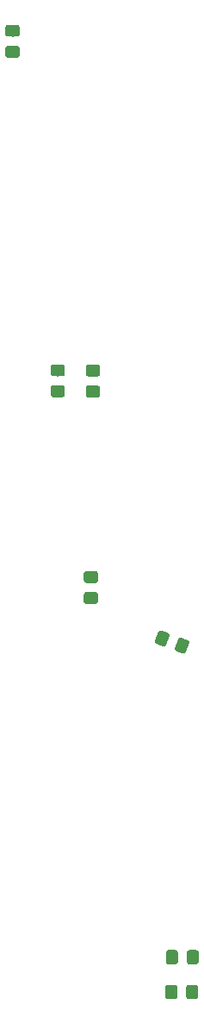
<source format=gbr>
G04 #@! TF.GenerationSoftware,KiCad,Pcbnew,(5.1.2-1)-1*
G04 #@! TF.CreationDate,2022-01-02T20:14:42-05:00*
G04 #@! TF.ProjectId,EchoFXXX_MFOS,4563686f-4658-4585-985f-4d464f532e6b,rev?*
G04 #@! TF.SameCoordinates,Original*
G04 #@! TF.FileFunction,Paste,Bot*
G04 #@! TF.FilePolarity,Positive*
%FSLAX46Y46*%
G04 Gerber Fmt 4.6, Leading zero omitted, Abs format (unit mm)*
G04 Created by KiCad (PCBNEW (5.1.2-1)-1) date 2022-01-02 20:14:42*
%MOMM*%
%LPD*%
G04 APERTURE LIST*
%ADD10C,0.100000*%
%ADD11C,1.150000*%
G04 APERTURE END LIST*
D10*
G36*
X22764910Y-17591202D02*
G01*
X22789135Y-17594795D01*
X22812891Y-17600746D01*
X22835949Y-17608996D01*
X22858087Y-17619467D01*
X22879093Y-17632057D01*
X22898763Y-17646645D01*
X22916908Y-17663092D01*
X22933355Y-17681237D01*
X22947943Y-17700907D01*
X22960533Y-17721913D01*
X22971004Y-17744051D01*
X22979254Y-17767109D01*
X22985205Y-17790865D01*
X22988798Y-17815090D01*
X22990000Y-17839550D01*
X22990000Y-18490450D01*
X22988798Y-18514910D01*
X22985205Y-18539135D01*
X22979254Y-18562891D01*
X22971004Y-18585949D01*
X22960533Y-18608087D01*
X22947943Y-18629093D01*
X22933355Y-18648763D01*
X22916908Y-18666908D01*
X22898763Y-18683355D01*
X22879093Y-18697943D01*
X22858087Y-18710533D01*
X22835949Y-18721004D01*
X22812891Y-18729254D01*
X22789135Y-18735205D01*
X22764910Y-18738798D01*
X22740450Y-18740000D01*
X21839550Y-18740000D01*
X21815090Y-18738798D01*
X21790865Y-18735205D01*
X21767109Y-18729254D01*
X21744051Y-18721004D01*
X21721913Y-18710533D01*
X21700907Y-18697943D01*
X21681237Y-18683355D01*
X21663092Y-18666908D01*
X21646645Y-18648763D01*
X21632057Y-18629093D01*
X21619467Y-18608087D01*
X21608996Y-18585949D01*
X21600746Y-18562891D01*
X21594795Y-18539135D01*
X21591202Y-18514910D01*
X21590000Y-18490450D01*
X21590000Y-17839550D01*
X21591202Y-17815090D01*
X21594795Y-17790865D01*
X21600746Y-17767109D01*
X21608996Y-17744051D01*
X21619467Y-17721913D01*
X21632057Y-17700907D01*
X21646645Y-17681237D01*
X21663092Y-17663092D01*
X21681237Y-17646645D01*
X21700907Y-17632057D01*
X21721913Y-17619467D01*
X21744051Y-17608996D01*
X21767109Y-17600746D01*
X21790865Y-17594795D01*
X21815090Y-17591202D01*
X21839550Y-17590000D01*
X22740450Y-17590000D01*
X22764910Y-17591202D01*
X22764910Y-17591202D01*
G37*
D11*
X22290000Y-18165000D03*
D10*
G36*
X22764910Y-19641202D02*
G01*
X22789135Y-19644795D01*
X22812891Y-19650746D01*
X22835949Y-19658996D01*
X22858087Y-19669467D01*
X22879093Y-19682057D01*
X22898763Y-19696645D01*
X22916908Y-19713092D01*
X22933355Y-19731237D01*
X22947943Y-19750907D01*
X22960533Y-19771913D01*
X22971004Y-19794051D01*
X22979254Y-19817109D01*
X22985205Y-19840865D01*
X22988798Y-19865090D01*
X22990000Y-19889550D01*
X22990000Y-20540450D01*
X22988798Y-20564910D01*
X22985205Y-20589135D01*
X22979254Y-20612891D01*
X22971004Y-20635949D01*
X22960533Y-20658087D01*
X22947943Y-20679093D01*
X22933355Y-20698763D01*
X22916908Y-20716908D01*
X22898763Y-20733355D01*
X22879093Y-20747943D01*
X22858087Y-20760533D01*
X22835949Y-20771004D01*
X22812891Y-20779254D01*
X22789135Y-20785205D01*
X22764910Y-20788798D01*
X22740450Y-20790000D01*
X21839550Y-20790000D01*
X21815090Y-20788798D01*
X21790865Y-20785205D01*
X21767109Y-20779254D01*
X21744051Y-20771004D01*
X21721913Y-20760533D01*
X21700907Y-20747943D01*
X21681237Y-20733355D01*
X21663092Y-20716908D01*
X21646645Y-20698763D01*
X21632057Y-20679093D01*
X21619467Y-20658087D01*
X21608996Y-20635949D01*
X21600746Y-20612891D01*
X21594795Y-20589135D01*
X21591202Y-20564910D01*
X21590000Y-20540450D01*
X21590000Y-19889550D01*
X21591202Y-19865090D01*
X21594795Y-19840865D01*
X21600746Y-19817109D01*
X21608996Y-19794051D01*
X21619467Y-19771913D01*
X21632057Y-19750907D01*
X21646645Y-19731237D01*
X21663092Y-19713092D01*
X21681237Y-19696645D01*
X21700907Y-19682057D01*
X21721913Y-19669467D01*
X21744051Y-19658996D01*
X21767109Y-19650746D01*
X21790865Y-19644795D01*
X21815090Y-19641202D01*
X21839550Y-19640000D01*
X22740450Y-19640000D01*
X22764910Y-19641202D01*
X22764910Y-19641202D01*
G37*
D11*
X22290000Y-20215000D03*
D10*
G36*
X40304910Y-111641202D02*
G01*
X40329135Y-111644795D01*
X40352891Y-111650746D01*
X40375949Y-111658996D01*
X40398087Y-111669467D01*
X40419093Y-111682057D01*
X40438763Y-111696645D01*
X40456908Y-111713092D01*
X40473355Y-111731237D01*
X40487943Y-111750907D01*
X40500533Y-111771913D01*
X40511004Y-111794051D01*
X40519254Y-111817109D01*
X40525205Y-111840865D01*
X40528798Y-111865090D01*
X40530000Y-111889550D01*
X40530000Y-112790450D01*
X40528798Y-112814910D01*
X40525205Y-112839135D01*
X40519254Y-112862891D01*
X40511004Y-112885949D01*
X40500533Y-112908087D01*
X40487943Y-112929093D01*
X40473355Y-112948763D01*
X40456908Y-112966908D01*
X40438763Y-112983355D01*
X40419093Y-112997943D01*
X40398087Y-113010533D01*
X40375949Y-113021004D01*
X40352891Y-113029254D01*
X40329135Y-113035205D01*
X40304910Y-113038798D01*
X40280450Y-113040000D01*
X39629550Y-113040000D01*
X39605090Y-113038798D01*
X39580865Y-113035205D01*
X39557109Y-113029254D01*
X39534051Y-113021004D01*
X39511913Y-113010533D01*
X39490907Y-112997943D01*
X39471237Y-112983355D01*
X39453092Y-112966908D01*
X39436645Y-112948763D01*
X39422057Y-112929093D01*
X39409467Y-112908087D01*
X39398996Y-112885949D01*
X39390746Y-112862891D01*
X39384795Y-112839135D01*
X39381202Y-112814910D01*
X39380000Y-112790450D01*
X39380000Y-111889550D01*
X39381202Y-111865090D01*
X39384795Y-111840865D01*
X39390746Y-111817109D01*
X39398996Y-111794051D01*
X39409467Y-111771913D01*
X39422057Y-111750907D01*
X39436645Y-111731237D01*
X39453092Y-111713092D01*
X39471237Y-111696645D01*
X39490907Y-111682057D01*
X39511913Y-111669467D01*
X39534051Y-111658996D01*
X39557109Y-111650746D01*
X39580865Y-111644795D01*
X39605090Y-111641202D01*
X39629550Y-111640000D01*
X40280450Y-111640000D01*
X40304910Y-111641202D01*
X40304910Y-111641202D01*
G37*
D11*
X39955000Y-112340000D03*
D10*
G36*
X38254910Y-111641202D02*
G01*
X38279135Y-111644795D01*
X38302891Y-111650746D01*
X38325949Y-111658996D01*
X38348087Y-111669467D01*
X38369093Y-111682057D01*
X38388763Y-111696645D01*
X38406908Y-111713092D01*
X38423355Y-111731237D01*
X38437943Y-111750907D01*
X38450533Y-111771913D01*
X38461004Y-111794051D01*
X38469254Y-111817109D01*
X38475205Y-111840865D01*
X38478798Y-111865090D01*
X38480000Y-111889550D01*
X38480000Y-112790450D01*
X38478798Y-112814910D01*
X38475205Y-112839135D01*
X38469254Y-112862891D01*
X38461004Y-112885949D01*
X38450533Y-112908087D01*
X38437943Y-112929093D01*
X38423355Y-112948763D01*
X38406908Y-112966908D01*
X38388763Y-112983355D01*
X38369093Y-112997943D01*
X38348087Y-113010533D01*
X38325949Y-113021004D01*
X38302891Y-113029254D01*
X38279135Y-113035205D01*
X38254910Y-113038798D01*
X38230450Y-113040000D01*
X37579550Y-113040000D01*
X37555090Y-113038798D01*
X37530865Y-113035205D01*
X37507109Y-113029254D01*
X37484051Y-113021004D01*
X37461913Y-113010533D01*
X37440907Y-112997943D01*
X37421237Y-112983355D01*
X37403092Y-112966908D01*
X37386645Y-112948763D01*
X37372057Y-112929093D01*
X37359467Y-112908087D01*
X37348996Y-112885949D01*
X37340746Y-112862891D01*
X37334795Y-112839135D01*
X37331202Y-112814910D01*
X37330000Y-112790450D01*
X37330000Y-111889550D01*
X37331202Y-111865090D01*
X37334795Y-111840865D01*
X37340746Y-111817109D01*
X37348996Y-111794051D01*
X37359467Y-111771913D01*
X37372057Y-111750907D01*
X37386645Y-111731237D01*
X37403092Y-111713092D01*
X37421237Y-111696645D01*
X37440907Y-111682057D01*
X37461913Y-111669467D01*
X37484051Y-111658996D01*
X37507109Y-111650746D01*
X37530865Y-111644795D01*
X37555090Y-111641202D01*
X37579550Y-111640000D01*
X38230450Y-111640000D01*
X38254910Y-111641202D01*
X38254910Y-111641202D01*
G37*
D11*
X37905000Y-112340000D03*
D10*
G36*
X40374910Y-108231202D02*
G01*
X40399135Y-108234795D01*
X40422891Y-108240746D01*
X40445949Y-108248996D01*
X40468087Y-108259467D01*
X40489093Y-108272057D01*
X40508763Y-108286645D01*
X40526908Y-108303092D01*
X40543355Y-108321237D01*
X40557943Y-108340907D01*
X40570533Y-108361913D01*
X40581004Y-108384051D01*
X40589254Y-108407109D01*
X40595205Y-108430865D01*
X40598798Y-108455090D01*
X40600000Y-108479550D01*
X40600000Y-109380450D01*
X40598798Y-109404910D01*
X40595205Y-109429135D01*
X40589254Y-109452891D01*
X40581004Y-109475949D01*
X40570533Y-109498087D01*
X40557943Y-109519093D01*
X40543355Y-109538763D01*
X40526908Y-109556908D01*
X40508763Y-109573355D01*
X40489093Y-109587943D01*
X40468087Y-109600533D01*
X40445949Y-109611004D01*
X40422891Y-109619254D01*
X40399135Y-109625205D01*
X40374910Y-109628798D01*
X40350450Y-109630000D01*
X39699550Y-109630000D01*
X39675090Y-109628798D01*
X39650865Y-109625205D01*
X39627109Y-109619254D01*
X39604051Y-109611004D01*
X39581913Y-109600533D01*
X39560907Y-109587943D01*
X39541237Y-109573355D01*
X39523092Y-109556908D01*
X39506645Y-109538763D01*
X39492057Y-109519093D01*
X39479467Y-109498087D01*
X39468996Y-109475949D01*
X39460746Y-109452891D01*
X39454795Y-109429135D01*
X39451202Y-109404910D01*
X39450000Y-109380450D01*
X39450000Y-108479550D01*
X39451202Y-108455090D01*
X39454795Y-108430865D01*
X39460746Y-108407109D01*
X39468996Y-108384051D01*
X39479467Y-108361913D01*
X39492057Y-108340907D01*
X39506645Y-108321237D01*
X39523092Y-108303092D01*
X39541237Y-108286645D01*
X39560907Y-108272057D01*
X39581913Y-108259467D01*
X39604051Y-108248996D01*
X39627109Y-108240746D01*
X39650865Y-108234795D01*
X39675090Y-108231202D01*
X39699550Y-108230000D01*
X40350450Y-108230000D01*
X40374910Y-108231202D01*
X40374910Y-108231202D01*
G37*
D11*
X40025000Y-108930000D03*
D10*
G36*
X38324910Y-108231202D02*
G01*
X38349135Y-108234795D01*
X38372891Y-108240746D01*
X38395949Y-108248996D01*
X38418087Y-108259467D01*
X38439093Y-108272057D01*
X38458763Y-108286645D01*
X38476908Y-108303092D01*
X38493355Y-108321237D01*
X38507943Y-108340907D01*
X38520533Y-108361913D01*
X38531004Y-108384051D01*
X38539254Y-108407109D01*
X38545205Y-108430865D01*
X38548798Y-108455090D01*
X38550000Y-108479550D01*
X38550000Y-109380450D01*
X38548798Y-109404910D01*
X38545205Y-109429135D01*
X38539254Y-109452891D01*
X38531004Y-109475949D01*
X38520533Y-109498087D01*
X38507943Y-109519093D01*
X38493355Y-109538763D01*
X38476908Y-109556908D01*
X38458763Y-109573355D01*
X38439093Y-109587943D01*
X38418087Y-109600533D01*
X38395949Y-109611004D01*
X38372891Y-109619254D01*
X38349135Y-109625205D01*
X38324910Y-109628798D01*
X38300450Y-109630000D01*
X37649550Y-109630000D01*
X37625090Y-109628798D01*
X37600865Y-109625205D01*
X37577109Y-109619254D01*
X37554051Y-109611004D01*
X37531913Y-109600533D01*
X37510907Y-109587943D01*
X37491237Y-109573355D01*
X37473092Y-109556908D01*
X37456645Y-109538763D01*
X37442057Y-109519093D01*
X37429467Y-109498087D01*
X37418996Y-109475949D01*
X37410746Y-109452891D01*
X37404795Y-109429135D01*
X37401202Y-109404910D01*
X37400000Y-109380450D01*
X37400000Y-108479550D01*
X37401202Y-108455090D01*
X37404795Y-108430865D01*
X37410746Y-108407109D01*
X37418996Y-108384051D01*
X37429467Y-108361913D01*
X37442057Y-108340907D01*
X37456645Y-108321237D01*
X37473092Y-108303092D01*
X37491237Y-108286645D01*
X37510907Y-108272057D01*
X37531913Y-108259467D01*
X37554051Y-108248996D01*
X37577109Y-108240746D01*
X37600865Y-108234795D01*
X37625090Y-108231202D01*
X37649550Y-108230000D01*
X38300450Y-108230000D01*
X38324910Y-108231202D01*
X38324910Y-108231202D01*
G37*
D11*
X37975000Y-108930000D03*
D10*
G36*
X30674910Y-52931202D02*
G01*
X30699135Y-52934795D01*
X30722891Y-52940746D01*
X30745949Y-52948996D01*
X30768087Y-52959467D01*
X30789093Y-52972057D01*
X30808763Y-52986645D01*
X30826908Y-53003092D01*
X30843355Y-53021237D01*
X30857943Y-53040907D01*
X30870533Y-53061913D01*
X30881004Y-53084051D01*
X30889254Y-53107109D01*
X30895205Y-53130865D01*
X30898798Y-53155090D01*
X30900000Y-53179550D01*
X30900000Y-53830450D01*
X30898798Y-53854910D01*
X30895205Y-53879135D01*
X30889254Y-53902891D01*
X30881004Y-53925949D01*
X30870533Y-53948087D01*
X30857943Y-53969093D01*
X30843355Y-53988763D01*
X30826908Y-54006908D01*
X30808763Y-54023355D01*
X30789093Y-54037943D01*
X30768087Y-54050533D01*
X30745949Y-54061004D01*
X30722891Y-54069254D01*
X30699135Y-54075205D01*
X30674910Y-54078798D01*
X30650450Y-54080000D01*
X29749550Y-54080000D01*
X29725090Y-54078798D01*
X29700865Y-54075205D01*
X29677109Y-54069254D01*
X29654051Y-54061004D01*
X29631913Y-54050533D01*
X29610907Y-54037943D01*
X29591237Y-54023355D01*
X29573092Y-54006908D01*
X29556645Y-53988763D01*
X29542057Y-53969093D01*
X29529467Y-53948087D01*
X29518996Y-53925949D01*
X29510746Y-53902891D01*
X29504795Y-53879135D01*
X29501202Y-53854910D01*
X29500000Y-53830450D01*
X29500000Y-53179550D01*
X29501202Y-53155090D01*
X29504795Y-53130865D01*
X29510746Y-53107109D01*
X29518996Y-53084051D01*
X29529467Y-53061913D01*
X29542057Y-53040907D01*
X29556645Y-53021237D01*
X29573092Y-53003092D01*
X29591237Y-52986645D01*
X29610907Y-52972057D01*
X29631913Y-52959467D01*
X29654051Y-52948996D01*
X29677109Y-52940746D01*
X29700865Y-52934795D01*
X29725090Y-52931202D01*
X29749550Y-52930000D01*
X30650450Y-52930000D01*
X30674910Y-52931202D01*
X30674910Y-52931202D01*
G37*
D11*
X30200000Y-53505000D03*
D10*
G36*
X30674910Y-50881202D02*
G01*
X30699135Y-50884795D01*
X30722891Y-50890746D01*
X30745949Y-50898996D01*
X30768087Y-50909467D01*
X30789093Y-50922057D01*
X30808763Y-50936645D01*
X30826908Y-50953092D01*
X30843355Y-50971237D01*
X30857943Y-50990907D01*
X30870533Y-51011913D01*
X30881004Y-51034051D01*
X30889254Y-51057109D01*
X30895205Y-51080865D01*
X30898798Y-51105090D01*
X30900000Y-51129550D01*
X30900000Y-51780450D01*
X30898798Y-51804910D01*
X30895205Y-51829135D01*
X30889254Y-51852891D01*
X30881004Y-51875949D01*
X30870533Y-51898087D01*
X30857943Y-51919093D01*
X30843355Y-51938763D01*
X30826908Y-51956908D01*
X30808763Y-51973355D01*
X30789093Y-51987943D01*
X30768087Y-52000533D01*
X30745949Y-52011004D01*
X30722891Y-52019254D01*
X30699135Y-52025205D01*
X30674910Y-52028798D01*
X30650450Y-52030000D01*
X29749550Y-52030000D01*
X29725090Y-52028798D01*
X29700865Y-52025205D01*
X29677109Y-52019254D01*
X29654051Y-52011004D01*
X29631913Y-52000533D01*
X29610907Y-51987943D01*
X29591237Y-51973355D01*
X29573092Y-51956908D01*
X29556645Y-51938763D01*
X29542057Y-51919093D01*
X29529467Y-51898087D01*
X29518996Y-51875949D01*
X29510746Y-51852891D01*
X29504795Y-51829135D01*
X29501202Y-51804910D01*
X29500000Y-51780450D01*
X29500000Y-51129550D01*
X29501202Y-51105090D01*
X29504795Y-51080865D01*
X29510746Y-51057109D01*
X29518996Y-51034051D01*
X29529467Y-51011913D01*
X29542057Y-50990907D01*
X29556645Y-50971237D01*
X29573092Y-50953092D01*
X29591237Y-50936645D01*
X29610907Y-50922057D01*
X29631913Y-50909467D01*
X29654051Y-50898996D01*
X29677109Y-50890746D01*
X29700865Y-50884795D01*
X29725090Y-50881202D01*
X29749550Y-50880000D01*
X30650450Y-50880000D01*
X30674910Y-50881202D01*
X30674910Y-50881202D01*
G37*
D11*
X30200000Y-51455000D03*
D10*
G36*
X27224910Y-52911202D02*
G01*
X27249135Y-52914795D01*
X27272891Y-52920746D01*
X27295949Y-52928996D01*
X27318087Y-52939467D01*
X27339093Y-52952057D01*
X27358763Y-52966645D01*
X27376908Y-52983092D01*
X27393355Y-53001237D01*
X27407943Y-53020907D01*
X27420533Y-53041913D01*
X27431004Y-53064051D01*
X27439254Y-53087109D01*
X27445205Y-53110865D01*
X27448798Y-53135090D01*
X27450000Y-53159550D01*
X27450000Y-53810450D01*
X27448798Y-53834910D01*
X27445205Y-53859135D01*
X27439254Y-53882891D01*
X27431004Y-53905949D01*
X27420533Y-53928087D01*
X27407943Y-53949093D01*
X27393355Y-53968763D01*
X27376908Y-53986908D01*
X27358763Y-54003355D01*
X27339093Y-54017943D01*
X27318087Y-54030533D01*
X27295949Y-54041004D01*
X27272891Y-54049254D01*
X27249135Y-54055205D01*
X27224910Y-54058798D01*
X27200450Y-54060000D01*
X26299550Y-54060000D01*
X26275090Y-54058798D01*
X26250865Y-54055205D01*
X26227109Y-54049254D01*
X26204051Y-54041004D01*
X26181913Y-54030533D01*
X26160907Y-54017943D01*
X26141237Y-54003355D01*
X26123092Y-53986908D01*
X26106645Y-53968763D01*
X26092057Y-53949093D01*
X26079467Y-53928087D01*
X26068996Y-53905949D01*
X26060746Y-53882891D01*
X26054795Y-53859135D01*
X26051202Y-53834910D01*
X26050000Y-53810450D01*
X26050000Y-53159550D01*
X26051202Y-53135090D01*
X26054795Y-53110865D01*
X26060746Y-53087109D01*
X26068996Y-53064051D01*
X26079467Y-53041913D01*
X26092057Y-53020907D01*
X26106645Y-53001237D01*
X26123092Y-52983092D01*
X26141237Y-52966645D01*
X26160907Y-52952057D01*
X26181913Y-52939467D01*
X26204051Y-52928996D01*
X26227109Y-52920746D01*
X26250865Y-52914795D01*
X26275090Y-52911202D01*
X26299550Y-52910000D01*
X27200450Y-52910000D01*
X27224910Y-52911202D01*
X27224910Y-52911202D01*
G37*
D11*
X26750000Y-53485000D03*
D10*
G36*
X27224910Y-50861202D02*
G01*
X27249135Y-50864795D01*
X27272891Y-50870746D01*
X27295949Y-50878996D01*
X27318087Y-50889467D01*
X27339093Y-50902057D01*
X27358763Y-50916645D01*
X27376908Y-50933092D01*
X27393355Y-50951237D01*
X27407943Y-50970907D01*
X27420533Y-50991913D01*
X27431004Y-51014051D01*
X27439254Y-51037109D01*
X27445205Y-51060865D01*
X27448798Y-51085090D01*
X27450000Y-51109550D01*
X27450000Y-51760450D01*
X27448798Y-51784910D01*
X27445205Y-51809135D01*
X27439254Y-51832891D01*
X27431004Y-51855949D01*
X27420533Y-51878087D01*
X27407943Y-51899093D01*
X27393355Y-51918763D01*
X27376908Y-51936908D01*
X27358763Y-51953355D01*
X27339093Y-51967943D01*
X27318087Y-51980533D01*
X27295949Y-51991004D01*
X27272891Y-51999254D01*
X27249135Y-52005205D01*
X27224910Y-52008798D01*
X27200450Y-52010000D01*
X26299550Y-52010000D01*
X26275090Y-52008798D01*
X26250865Y-52005205D01*
X26227109Y-51999254D01*
X26204051Y-51991004D01*
X26181913Y-51980533D01*
X26160907Y-51967943D01*
X26141237Y-51953355D01*
X26123092Y-51936908D01*
X26106645Y-51918763D01*
X26092057Y-51899093D01*
X26079467Y-51878087D01*
X26068996Y-51855949D01*
X26060746Y-51832891D01*
X26054795Y-51809135D01*
X26051202Y-51784910D01*
X26050000Y-51760450D01*
X26050000Y-51109550D01*
X26051202Y-51085090D01*
X26054795Y-51060865D01*
X26060746Y-51037109D01*
X26068996Y-51014051D01*
X26079467Y-50991913D01*
X26092057Y-50970907D01*
X26106645Y-50951237D01*
X26123092Y-50933092D01*
X26141237Y-50916645D01*
X26160907Y-50902057D01*
X26181913Y-50889467D01*
X26204051Y-50878996D01*
X26227109Y-50870746D01*
X26250865Y-50864795D01*
X26275090Y-50861202D01*
X26299550Y-50860000D01*
X27200450Y-50860000D01*
X27224910Y-50861202D01*
X27224910Y-50861202D01*
G37*
D11*
X26750000Y-51435000D03*
D10*
G36*
X30484910Y-71111202D02*
G01*
X30509135Y-71114795D01*
X30532891Y-71120746D01*
X30555949Y-71128996D01*
X30578087Y-71139467D01*
X30599093Y-71152057D01*
X30618763Y-71166645D01*
X30636908Y-71183092D01*
X30653355Y-71201237D01*
X30667943Y-71220907D01*
X30680533Y-71241913D01*
X30691004Y-71264051D01*
X30699254Y-71287109D01*
X30705205Y-71310865D01*
X30708798Y-71335090D01*
X30710000Y-71359550D01*
X30710000Y-72010450D01*
X30708798Y-72034910D01*
X30705205Y-72059135D01*
X30699254Y-72082891D01*
X30691004Y-72105949D01*
X30680533Y-72128087D01*
X30667943Y-72149093D01*
X30653355Y-72168763D01*
X30636908Y-72186908D01*
X30618763Y-72203355D01*
X30599093Y-72217943D01*
X30578087Y-72230533D01*
X30555949Y-72241004D01*
X30532891Y-72249254D01*
X30509135Y-72255205D01*
X30484910Y-72258798D01*
X30460450Y-72260000D01*
X29559550Y-72260000D01*
X29535090Y-72258798D01*
X29510865Y-72255205D01*
X29487109Y-72249254D01*
X29464051Y-72241004D01*
X29441913Y-72230533D01*
X29420907Y-72217943D01*
X29401237Y-72203355D01*
X29383092Y-72186908D01*
X29366645Y-72168763D01*
X29352057Y-72149093D01*
X29339467Y-72128087D01*
X29328996Y-72105949D01*
X29320746Y-72082891D01*
X29314795Y-72059135D01*
X29311202Y-72034910D01*
X29310000Y-72010450D01*
X29310000Y-71359550D01*
X29311202Y-71335090D01*
X29314795Y-71310865D01*
X29320746Y-71287109D01*
X29328996Y-71264051D01*
X29339467Y-71241913D01*
X29352057Y-71220907D01*
X29366645Y-71201237D01*
X29383092Y-71183092D01*
X29401237Y-71166645D01*
X29420907Y-71152057D01*
X29441913Y-71139467D01*
X29464051Y-71128996D01*
X29487109Y-71120746D01*
X29510865Y-71114795D01*
X29535090Y-71111202D01*
X29559550Y-71110000D01*
X30460450Y-71110000D01*
X30484910Y-71111202D01*
X30484910Y-71111202D01*
G37*
D11*
X30010000Y-71685000D03*
D10*
G36*
X30484910Y-73161202D02*
G01*
X30509135Y-73164795D01*
X30532891Y-73170746D01*
X30555949Y-73178996D01*
X30578087Y-73189467D01*
X30599093Y-73202057D01*
X30618763Y-73216645D01*
X30636908Y-73233092D01*
X30653355Y-73251237D01*
X30667943Y-73270907D01*
X30680533Y-73291913D01*
X30691004Y-73314051D01*
X30699254Y-73337109D01*
X30705205Y-73360865D01*
X30708798Y-73385090D01*
X30710000Y-73409550D01*
X30710000Y-74060450D01*
X30708798Y-74084910D01*
X30705205Y-74109135D01*
X30699254Y-74132891D01*
X30691004Y-74155949D01*
X30680533Y-74178087D01*
X30667943Y-74199093D01*
X30653355Y-74218763D01*
X30636908Y-74236908D01*
X30618763Y-74253355D01*
X30599093Y-74267943D01*
X30578087Y-74280533D01*
X30555949Y-74291004D01*
X30532891Y-74299254D01*
X30509135Y-74305205D01*
X30484910Y-74308798D01*
X30460450Y-74310000D01*
X29559550Y-74310000D01*
X29535090Y-74308798D01*
X29510865Y-74305205D01*
X29487109Y-74299254D01*
X29464051Y-74291004D01*
X29441913Y-74280533D01*
X29420907Y-74267943D01*
X29401237Y-74253355D01*
X29383092Y-74236908D01*
X29366645Y-74218763D01*
X29352057Y-74199093D01*
X29339467Y-74178087D01*
X29328996Y-74155949D01*
X29320746Y-74132891D01*
X29314795Y-74109135D01*
X29311202Y-74084910D01*
X29310000Y-74060450D01*
X29310000Y-73409550D01*
X29311202Y-73385090D01*
X29314795Y-73360865D01*
X29320746Y-73337109D01*
X29328996Y-73314051D01*
X29339467Y-73291913D01*
X29352057Y-73270907D01*
X29366645Y-73251237D01*
X29383092Y-73233092D01*
X29401237Y-73216645D01*
X29420907Y-73202057D01*
X29441913Y-73189467D01*
X29464051Y-73178996D01*
X29487109Y-73170746D01*
X29510865Y-73164795D01*
X29535090Y-73161202D01*
X29559550Y-73160000D01*
X30460450Y-73160000D01*
X30484910Y-73161202D01*
X30484910Y-73161202D01*
G37*
D11*
X30010000Y-73735000D03*
D10*
G36*
X38825029Y-77616797D02*
G01*
X38849387Y-77619330D01*
X38873380Y-77624239D01*
X38896776Y-77631476D01*
X39508422Y-77854097D01*
X39530996Y-77863592D01*
X39552531Y-77875254D01*
X39572819Y-77888970D01*
X39591665Y-77904609D01*
X39608887Y-77922020D01*
X39624319Y-77941036D01*
X39637814Y-77961472D01*
X39649240Y-77983133D01*
X39658488Y-78005809D01*
X39665469Y-78029283D01*
X39670116Y-78053327D01*
X39672383Y-78077712D01*
X39672250Y-78102201D01*
X39669717Y-78126559D01*
X39664808Y-78150552D01*
X39657571Y-78173948D01*
X39349445Y-79020517D01*
X39339950Y-79043091D01*
X39328288Y-79064626D01*
X39314572Y-79084914D01*
X39298933Y-79103760D01*
X39281522Y-79120982D01*
X39262506Y-79136414D01*
X39242070Y-79149909D01*
X39220409Y-79161335D01*
X39197733Y-79170583D01*
X39174259Y-79177564D01*
X39150215Y-79182211D01*
X39125830Y-79184478D01*
X39101341Y-79184345D01*
X39076983Y-79181812D01*
X39052990Y-79176903D01*
X39029594Y-79169666D01*
X38417948Y-78947045D01*
X38395374Y-78937550D01*
X38373839Y-78925888D01*
X38353551Y-78912172D01*
X38334705Y-78896533D01*
X38317483Y-78879122D01*
X38302051Y-78860106D01*
X38288556Y-78839670D01*
X38277130Y-78818009D01*
X38267882Y-78795333D01*
X38260901Y-78771859D01*
X38256254Y-78747815D01*
X38253987Y-78723430D01*
X38254120Y-78698941D01*
X38256653Y-78674583D01*
X38261562Y-78650590D01*
X38268799Y-78627194D01*
X38576925Y-77780625D01*
X38586420Y-77758051D01*
X38598082Y-77736516D01*
X38611798Y-77716228D01*
X38627437Y-77697382D01*
X38644848Y-77680160D01*
X38663864Y-77664728D01*
X38684300Y-77651233D01*
X38705961Y-77639807D01*
X38728637Y-77630559D01*
X38752111Y-77623578D01*
X38776155Y-77618931D01*
X38800540Y-77616664D01*
X38825029Y-77616797D01*
X38825029Y-77616797D01*
G37*
D11*
X38963185Y-78400571D03*
D10*
G36*
X36898659Y-76915655D02*
G01*
X36923017Y-76918188D01*
X36947010Y-76923097D01*
X36970406Y-76930334D01*
X37582052Y-77152955D01*
X37604626Y-77162450D01*
X37626161Y-77174112D01*
X37646449Y-77187828D01*
X37665295Y-77203467D01*
X37682517Y-77220878D01*
X37697949Y-77239894D01*
X37711444Y-77260330D01*
X37722870Y-77281991D01*
X37732118Y-77304667D01*
X37739099Y-77328141D01*
X37743746Y-77352185D01*
X37746013Y-77376570D01*
X37745880Y-77401059D01*
X37743347Y-77425417D01*
X37738438Y-77449410D01*
X37731201Y-77472806D01*
X37423075Y-78319375D01*
X37413580Y-78341949D01*
X37401918Y-78363484D01*
X37388202Y-78383772D01*
X37372563Y-78402618D01*
X37355152Y-78419840D01*
X37336136Y-78435272D01*
X37315700Y-78448767D01*
X37294039Y-78460193D01*
X37271363Y-78469441D01*
X37247889Y-78476422D01*
X37223845Y-78481069D01*
X37199460Y-78483336D01*
X37174971Y-78483203D01*
X37150613Y-78480670D01*
X37126620Y-78475761D01*
X37103224Y-78468524D01*
X36491578Y-78245903D01*
X36469004Y-78236408D01*
X36447469Y-78224746D01*
X36427181Y-78211030D01*
X36408335Y-78195391D01*
X36391113Y-78177980D01*
X36375681Y-78158964D01*
X36362186Y-78138528D01*
X36350760Y-78116867D01*
X36341512Y-78094191D01*
X36334531Y-78070717D01*
X36329884Y-78046673D01*
X36327617Y-78022288D01*
X36327750Y-77997799D01*
X36330283Y-77973441D01*
X36335192Y-77949448D01*
X36342429Y-77926052D01*
X36650555Y-77079483D01*
X36660050Y-77056909D01*
X36671712Y-77035374D01*
X36685428Y-77015086D01*
X36701067Y-76996240D01*
X36718478Y-76979018D01*
X36737494Y-76963586D01*
X36757930Y-76950091D01*
X36779591Y-76938665D01*
X36802267Y-76929417D01*
X36825741Y-76922436D01*
X36849785Y-76917789D01*
X36874170Y-76915522D01*
X36898659Y-76915655D01*
X36898659Y-76915655D01*
G37*
D11*
X37036815Y-77699429D03*
M02*

</source>
